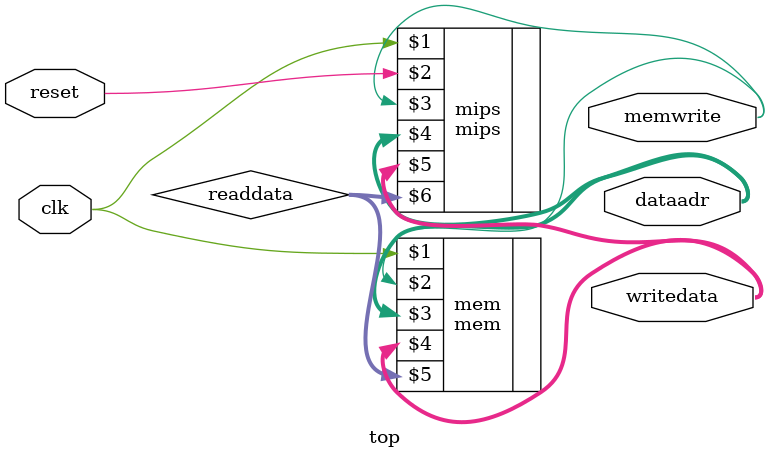
<source format=sv>
module top(input logic clk, reset,
            output logic [31:0] writedata, dataadr,
            output logic memwrite);
  logic [31:0] readdata;
  // instantiate processor and memories
  mips mips(clk, reset, memwrite, dataadr, writedata, readdata);
  mem mem(clk, memwrite, dataadr, writedata, readdata);
endmodule

</source>
